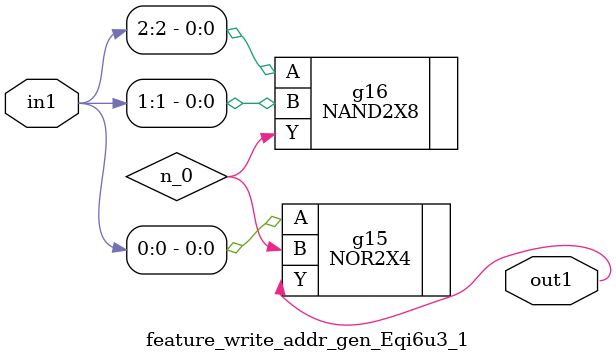
<source format=v>
`timescale 1ps / 1ps


module feature_write_addr_gen_Eqi6u3_1(in1, out1);
  input [2:0] in1;
  output out1;
  wire [2:0] in1;
  wire out1;
  wire n_0;
  NOR2X4 g15(.A (in1[0]), .B (n_0), .Y (out1));
  NAND2X8 g16(.A (in1[2]), .B (in1[1]), .Y (n_0));
endmodule



</source>
